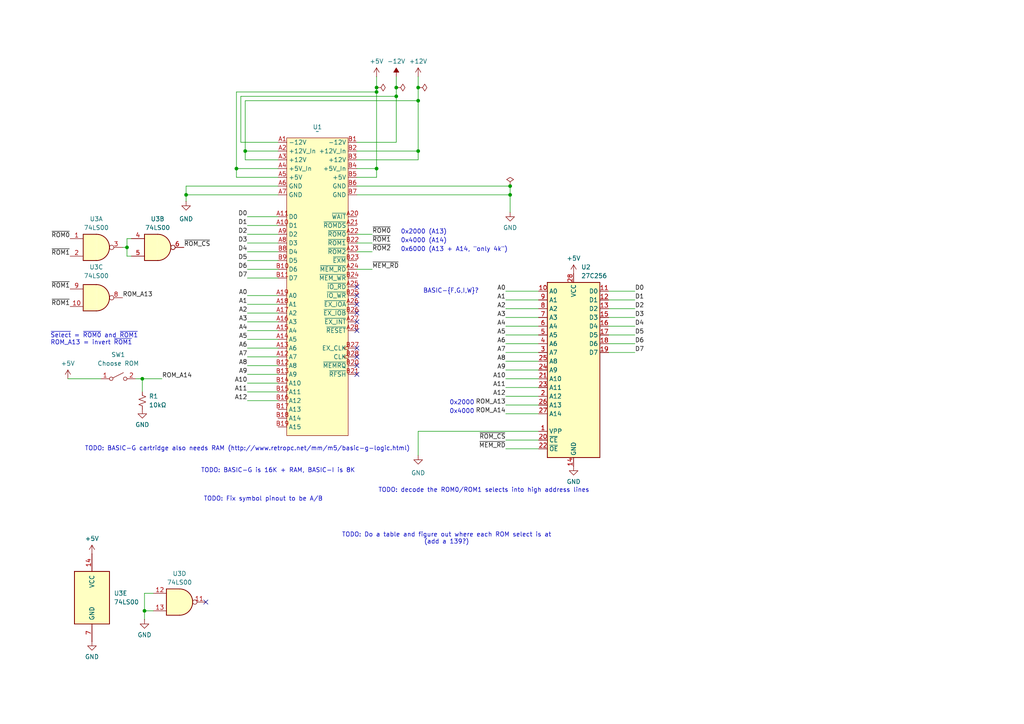
<source format=kicad_sch>
(kicad_sch (version 20250114) (generator "eeschema") (generator_version "9.0")
  (paper "A4")
  (lib_symbols
    (symbol "74xx:74LS00" (pin_names (offset 1.016))
      (property "Reference" "U" (at 0 1.27 0))
      (property "Value" "74LS00" (at 0 -1.27 0))
      (symbol "74LS00_1_1"
        (arc (start 0 3.81) (mid 3.7934 0) (end 0 -3.81) (stroke (width 0.254)) (fill (type background)))
        (polyline (pts (xy 0 3.81) (xy -3.81 3.81) (xy -3.81 -3.81) (xy 0 -3.81)) (stroke (width 0.254)) (fill (type background)))
        (pin input line (at -7.62 2.54 0) (length 3.81) (name "~") (number "1"))
        (pin input line (at -7.62 -2.54 0) (length 3.81) (name "~") (number "2"))
        (pin output inverted (at 7.62 0 180) (length 3.81) (name "~") (number "3"))
      )
      (symbol "74LS00_1_2"
        (arc (start -3.81 3.81) (mid -2.589 0) (end -3.81 -3.81) (stroke (width 0.254)))
        (polyline (pts (xy -3.81 3.81) (xy -0.635 3.81)) (stroke (width 0.254)) (fill (type background)))
        (polyline (pts (xy -3.81 -3.81) (xy -0.635 -3.81)) (stroke (width 0.254)) (fill (type background)))
        (arc (start 3.81 0) (mid 2.1855 -2.584) (end -0.6096 -3.81) (stroke (width 0.254)) (fill (type background)))
        (arc (start -0.6096 3.81) (mid 2.1928 2.5924) (end 3.81 0) (stroke (width 0.254)) (fill (type background)))
        (polyline (pts (xy -0.635 3.81) (xy -3.81 3.81) (xy -3.81 3.81) (xy -3.556 3.4036) (xy -3.0226 2.2606) (xy -2.6924 1.0414) (xy -2.6162 -0.254) (xy -2.7686 -1.4986) (xy -3.175 -2.7178) (xy -3.81 -3.81) (xy -3.81 -3.81) (xy -0.635 -3.81)) (stroke (width -25.4)) (fill (type background)))
        (pin input inverted (at -7.62 2.54 0) (length 4.318) (name "~") (number "1"))
        (pin input inverted (at -7.62 -2.54 0) (length 4.318) (name "~") (number "2"))
        (pin output line (at 7.62 0 180) (length 3.81) (name "~") (number "3"))
      )
      (symbol "74LS00_2_1"
        (arc (start 0 3.81) (mid 3.7934 0) (end 0 -3.81) (stroke (width 0.254)) (fill (type background)))
        (polyline (pts (xy 0 3.81) (xy -3.81 3.81) (xy -3.81 -3.81) (xy 0 -3.81)) (stroke (width 0.254)) (fill (type background)))
        (pin input line (at -7.62 2.54 0) (length 3.81) (name "~") (number "4"))
        (pin input line (at -7.62 -2.54 0) (length 3.81) (name "~") (number "5"))
        (pin output inverted (at 7.62 0 180) (length 3.81) (name "~") (number "6"))
      )
      (symbol "74LS00_2_2"
        (arc (start -3.81 3.81) (mid -2.589 0) (end -3.81 -3.81) (stroke (width 0.254)))
        (polyline (pts (xy -3.81 3.81) (xy -0.635 3.81)) (stroke (width 0.254)) (fill (type background)))
        (polyline (pts (xy -3.81 -3.81) (xy -0.635 -3.81)) (stroke (width 0.254)) (fill (type background)))
        (arc (start 3.81 0) (mid 2.1855 -2.584) (end -0.6096 -3.81) (stroke (width 0.254)) (fill (type background)))
        (arc (start -0.6096 3.81) (mid 2.1928 2.5924) (end 3.81 0) (stroke (width 0.254)) (fill (type background)))
        (polyline (pts (xy -0.635 3.81) (xy -3.81 3.81) (xy -3.81 3.81) (xy -3.556 3.4036) (xy -3.0226 2.2606) (xy -2.6924 1.0414) (xy -2.6162 -0.254) (xy -2.7686 -1.4986) (xy -3.175 -2.7178) (xy -3.81 -3.81) (xy -3.81 -3.81) (xy -0.635 -3.81)) (stroke (width -25.4)) (fill (type background)))
        (pin input inverted (at -7.62 2.54 0) (length 4.318) (name "~") (number "4"))
        (pin input inverted (at -7.62 -2.54 0) (length 4.318) (name "~") (number "5"))
        (pin output line (at 7.62 0 180) (length 3.81) (name "~") (number "6"))
      )
      (symbol "74LS00_3_1"
        (arc (start 0 3.81) (mid 3.7934 0) (end 0 -3.81) (stroke (width 0.254)) (fill (type background)))
        (polyline (pts (xy 0 3.81) (xy -3.81 3.81) (xy -3.81 -3.81) (xy 0 -3.81)) (stroke (width 0.254)) (fill (type background)))
        (pin input line (at -7.62 2.54 0) (length 3.81) (name "~") (number "9"))
        (pin input line (at -7.62 -2.54 0) (length 3.81) (name "~") (number "10"))
        (pin output inverted (at 7.62 0 180) (length 3.81) (name "~") (number "8"))
      )
      (symbol "74LS00_3_2"
        (arc (start -3.81 3.81) (mid -2.589 0) (end -3.81 -3.81) (stroke (width 0.254)))
        (polyline (pts (xy -3.81 3.81) (xy -0.635 3.81)) (stroke (width 0.254)) (fill (type background)))
        (polyline (pts (xy -3.81 -3.81) (xy -0.635 -3.81)) (stroke (width 0.254)) (fill (type background)))
        (arc (start 3.81 0) (mid 2.1855 -2.584) (end -0.6096 -3.81) (stroke (width 0.254)) (fill (type background)))
        (arc (start -0.6096 3.81) (mid 2.1928 2.5924) (end 3.81 0) (stroke (width 0.254)) (fill (type background)))
        (polyline (pts (xy -0.635 3.81) (xy -3.81 3.81) (xy -3.81 3.81) (xy -3.556 3.4036) (xy -3.0226 2.2606) (xy -2.6924 1.0414) (xy -2.6162 -0.254) (xy -2.7686 -1.4986) (xy -3.175 -2.7178) (xy -3.81 -3.81) (xy -3.81 -3.81) (xy -0.635 -3.81)) (stroke (width -25.4)) (fill (type background)))
        (pin input inverted (at -7.62 2.54 0) (length 4.318) (name "~") (number "9"))
        (pin input inverted (at -7.62 -2.54 0) (length 4.318) (name "~") (number "10"))
        (pin output line (at 7.62 0 180) (length 3.81) (name "~") (number "8"))
      )
      (symbol "74LS00_4_1"
        (arc (start 0 3.81) (mid 3.7934 0) (end 0 -3.81) (stroke (width 0.254)) (fill (type background)))
        (polyline (pts (xy 0 3.81) (xy -3.81 3.81) (xy -3.81 -3.81) (xy 0 -3.81)) (stroke (width 0.254)) (fill (type background)))
        (pin input line (at -7.62 2.54 0) (length 3.81) (name "~") (number "12"))
        (pin input line (at -7.62 -2.54 0) (length 3.81) (name "~") (number "13"))
        (pin output inverted (at 7.62 0 180) (length 3.81) (name "~") (number "11"))
      )
      (symbol "74LS00_4_2"
        (arc (start -3.81 3.81) (mid -2.589 0) (end -3.81 -3.81) (stroke (width 0.254)))
        (polyline (pts (xy -3.81 3.81) (xy -0.635 3.81)) (stroke (width 0.254)) (fill (type background)))
        (polyline (pts (xy -3.81 -3.81) (xy -0.635 -3.81)) (stroke (width 0.254)) (fill (type background)))
        (arc (start 3.81 0) (mid 2.1855 -2.584) (end -0.6096 -3.81) (stroke (width 0.254)) (fill (type background)))
        (arc (start -0.6096 3.81) (mid 2.1928 2.5924) (end 3.81 0) (stroke (width 0.254)) (fill (type background)))
        (polyline (pts (xy -0.635 3.81) (xy -3.81 3.81) (xy -3.81 3.81) (xy -3.556 3.4036) (xy -3.0226 2.2606) (xy -2.6924 1.0414) (xy -2.6162 -0.254) (xy -2.7686 -1.4986) (xy -3.175 -2.7178) (xy -3.81 -3.81) (xy -3.81 -3.81) (xy -0.635 -3.81)) (stroke (width -25.4)) (fill (type background)))
        (pin input inverted (at -7.62 2.54 0) (length 4.318) (name "~") (number "12"))
        (pin input inverted (at -7.62 -2.54 0) (length 4.318) (name "~") (number "13"))
        (pin output line (at 7.62 0 180) (length 3.81) (name "~") (number "11"))
      )
      (symbol "74LS00_5_0"
        (pin power_in line (at 0 12.7 270) (length 5.08) (name "VCC") (number "14"))
        (pin power_in line (at 0 -12.7 90) (length 5.08) (name "GND") (number "7"))
      )
      (symbol "74LS00_5_1"
        (rectangle (start -5.08 7.62) (end 5.08 -7.62) (stroke (width 0.254)) (fill (type background)))
      )
    )
    (symbol "Device:R_Small_US" (pin_numbers (hide yes)) (pin_names (offset 0.254) (hide yes))
      (property "Reference" "R" (at 0.762 0.508 0))
      (property "Value" "R_Small_US" (at 0.762 -1.016 0))
      (symbol "R_Small_US_1_1"
        (polyline (pts (xy 0 1.524) (xy 1.016 1.143) (xy 0 0.762) (xy -1.016 0.381) (xy 0 0)))
        (polyline (pts (xy 0 0) (xy 1.016 -0.381) (xy 0 -0.762) (xy -1.016 -1.143) (xy 0 -1.524)))
        (pin passive line (at 0 2.54 270) (length 1.016) (name "~") (number "1"))
        (pin passive line (at 0 -2.54 90) (length 1.016) (name "~") (number "2"))
      )
    )
    (symbol "Memory_EPROM:27C256"
      (property "Reference" "U" (at -7.62 26.67 0))
      (property "Value" "27C256" (at 2.54 -26.67 0))
      (symbol "27C256_1_1"
        (rectangle (start -7.62 25.4) (end 7.62 -25.4) (stroke (width 0.254)) (fill (type background)))
        (pin input line (at -10.16 22.86 0) (length 2.54) (name "A0") (number "10"))
        (pin input line (at -10.16 20.32 0) (length 2.54) (name "A1") (number "9"))
        (pin input line (at -10.16 17.78 0) (length 2.54) (name "A2") (number "8"))
        (pin input line (at -10.16 15.24 0) (length 2.54) (name "A3") (number "7"))
        (pin input line (at -10.16 12.7 0) (length 2.54) (name "A4") (number "6"))
        (pin input line (at -10.16 10.16 0) (length 2.54) (name "A5") (number "5"))
        (pin input line (at -10.16 7.62 0) (length 2.54) (name "A6") (number "4"))
        (pin input line (at -10.16 5.08 0) (length 2.54) (name "A7") (number "3"))
        (pin input line (at -10.16 2.54 0) (length 2.54) (name "A8") (number "25"))
        (pin input line (at -10.16 0 0) (length 2.54) (name "A9") (number "24"))
        (pin input line (at -10.16 -2.54 0) (length 2.54) (name "A10") (number "21"))
        (pin input line (at -10.16 -5.08 0) (length 2.54) (name "A11") (number "23"))
        (pin input line (at -10.16 -7.62 0) (length 2.54) (name "A12") (number "2"))
        (pin input line (at -10.16 -10.16 0) (length 2.54) (name "A13") (number "26"))
        (pin input line (at -10.16 -12.7 0) (length 2.54) (name "A14") (number "27"))
        (pin input line (at -10.16 -17.78 0) (length 2.54) (name "VPP") (number "1"))
        (pin input line (at -10.16 -20.32 0) (length 2.54) (name "~{CE}") (number "20"))
        (pin input line (at -10.16 -22.86 0) (length 2.54) (name "~{OE}") (number "22"))
        (pin power_in line (at 0 27.94 270) (length 2.54) (name "VCC") (number "28"))
        (pin power_in line (at 0 -27.94 90) (length 2.54) (name "GND") (number "14"))
        (pin tri_state line (at 10.16 22.86 180) (length 2.54) (name "D0") (number "11"))
        (pin tri_state line (at 10.16 20.32 180) (length 2.54) (name "D1") (number "12"))
        (pin tri_state line (at 10.16 17.78 180) (length 2.54) (name "D2") (number "13"))
        (pin tri_state line (at 10.16 15.24 180) (length 2.54) (name "D3") (number "15"))
        (pin tri_state line (at 10.16 12.7 180) (length 2.54) (name "D4") (number "16"))
        (pin tri_state line (at 10.16 10.16 180) (length 2.54) (name "D5") (number "17"))
        (pin tri_state line (at 10.16 7.62 180) (length 2.54) (name "D6") (number "18"))
        (pin tri_state line (at 10.16 5.08 180) (length 2.54) (name "D7") (number "19"))
      )
    )
    (symbol "Sord:M5_CartridgeSlot"
      (property "Reference" "U" (at 0 0 0))
      (symbol "M5_CartridgeSlot_1_1"
        (rectangle (start -10.16 -2.54) (end 7.62 -88.9) (fill (type background)))
        (pin power_out line (at -12.7 -3.81 0) (length 2.54) (name "-12V") (number "A1"))
        (pin power_in line (at -12.7 -6.35 0) (length 2.54) (name "+12V_In") (number "A2"))
        (pin power_out line (at -12.7 -8.89 0) (length 2.54) (name "+12V") (number "A3"))
        (pin power_in line (at -12.7 -11.43 0) (length 2.54) (name "+5V_In") (number "A4"))
        (pin power_out line (at -12.7 -13.97 0) (length 2.54) (name "+5V") (number "A5"))
        (pin power_out line (at -12.7 -16.51 0) (length 2.54) (name "GND") (number "A6"))
        (pin power_out line (at -12.7 -19.05 0) (length 2.54) (name "GND") (number "A7"))
        (pin bidirectional line (at -12.7 -25.4 0) (length 2.54) (name "D0") (number "A11"))
        (pin bidirectional line (at -12.7 -27.94 0) (length 2.54) (name "D1") (number "A10"))
        (pin bidirectional line (at -12.7 -30.48 0) (length 2.54) (name "D2") (number "A9"))
        (pin bidirectional line (at -12.7 -33.02 0) (length 2.54) (name "D3") (number "A8"))
        (pin bidirectional line (at -12.7 -35.56 0) (length 2.54) (name "D4") (number "B8"))
        (pin bidirectional line (at -12.7 -38.1 0) (length 2.54) (name "D5") (number "B9"))
        (pin bidirectional line (at -12.7 -40.64 0) (length 2.54) (name "D6") (number "B10"))
        (pin bidirectional line (at -12.7 -43.18 0) (length 2.54) (name "D7") (number "B11"))
        (pin output line (at -12.7 -48.26 0) (length 2.54) (name "A0") (number "A19"))
        (pin output line (at -12.7 -50.8 0) (length 2.54) (name "A1") (number "A18"))
        (pin output line (at -12.7 -53.34 0) (length 2.54) (name "A2") (number "A17"))
        (pin output line (at -12.7 -55.88 0) (length 2.54) (name "A3") (number "A16"))
        (pin output line (at -12.7 -58.42 0) (length 2.54) (name "A4") (number "A15"))
        (pin output line (at -12.7 -60.96 0) (length 2.54) (name "A5") (number "A14"))
        (pin output line (at -12.7 -63.5 0) (length 2.54) (name "A6") (number "A13"))
        (pin output line (at -12.7 -66.04 0) (length 2.54) (name "A7") (number "A12"))
        (pin output line (at -12.7 -68.58 0) (length 2.54) (name "A8") (number "B12"))
        (pin output line (at -12.7 -71.12 0) (length 2.54) (name "A9") (number "B13"))
        (pin output line (at -12.7 -73.66 0) (length 2.54) (name "A10") (number "B14"))
        (pin output line (at -12.7 -76.2 0) (length 2.54) (name "A11") (number "B15"))
        (pin output line (at -12.7 -78.74 0) (length 2.54) (name "A12") (number "B16"))
        (pin output line (at -12.7 -81.28 0) (length 2.54) (name "A13") (number "B17"))
        (pin output line (at -12.7 -83.82 0) (length 2.54) (name "A14") (number "B18"))
        (pin output line (at -12.7 -86.36 0) (length 2.54) (name "A15") (number "B19"))
        (pin power_out line (at 10.16 -3.81 180) (length 2.54) (name "-12V") (number "B1"))
        (pin power_in line (at 10.16 -6.35 180) (length 2.54) (name "+12V_In") (number "B2"))
        (pin power_out line (at 10.16 -8.89 180) (length 2.54) (name "+12V") (number "B3"))
        (pin power_in line (at 10.16 -11.43 180) (length 2.54) (name "+5V_In") (number "B4"))
        (pin power_out line (at 10.16 -13.97 180) (length 2.54) (name "+5V") (number "B5"))
        (pin power_out line (at 10.16 -16.51 180) (length 2.54) (name "GND") (number "B6"))
        (pin power_out line (at 10.16 -19.05 180) (length 2.54) (name "GND") (number "B7"))
        (pin bidirectional line (at 10.16 -25.4 180) (length 2.54) (name "~{WAIT}") (number "A20"))
        (pin output line (at 10.16 -27.94 180) (length 2.54) (name "~{ROMDS}") (number "A21"))
        (pin output line (at 10.16 -30.48 180) (length 2.54) (name "~{ROM0}") (number "A22"))
        (pin output line (at 10.16 -33.02 180) (length 2.54) (name "~{ROM1}") (number "B22"))
        (pin output line (at 10.16 -35.56 180) (length 2.54) (name "~{ROM2}") (number "A23"))
        (pin output line (at 10.16 -38.1 180) (length 2.54) (name "~{EXM}") (number "B23"))
        (pin output line (at 10.16 -40.64 180) (length 2.54) (name "~{MEM_RD}") (number "A24"))
        (pin output line (at 10.16 -43.18 180) (length 2.54) (name "~{MEM_WR}") (number "B24"))
        (pin output line (at 10.16 -45.72 180) (length 2.54) (name "~{IO_RD}") (number "A25"))
        (pin output line (at 10.16 -48.26 180) (length 2.54) (name "~{IO_WR}") (number "B25"))
        (pin output line (at 10.16 -50.8 180) (length 2.54) (name "~{EX_IOA}") (number "A26"))
        (pin output line (at 10.16 -53.34 180) (length 2.54) (name "~{EX_IOB}") (number "B26"))
        (pin output line (at 10.16 -55.88 180) (length 2.54) (name "~{EX_INT}") (number "A27"))
        (pin output line (at 10.16 -58.42 180) (length 2.54) (name "~{RESET}") (number "A28"))
        (pin output clock (at 10.16 -63.5 180) (length 2.54) (name "EX_CLK") (number "B27"))
        (pin output clock (at 10.16 -66.04 180) (length 2.54) (name "CLK") (number "B28"))
        (pin input line (at 10.16 -68.58 180) (length 2.54) (name "~{MEMRQ}") (number "B20"))
        (pin input line (at 10.16 -71.12 180) (length 2.54) (name "~{RFSH}") (number "B21"))
      )
    )
    (symbol "Switch:SW_SPST" (pin_names (offset 0) (hide yes))
      (property "Reference" "SW" (at 0 3.175 0))
      (property "Value" "SW_SPST" (at 0 -2.54 0))
      (symbol "SW_SPST_0_0"
        (circle (center -2.032 0) (radius 0.508))
        (polyline (pts (xy -1.524 0.254) (xy 1.524 1.778)))
        (circle (center 2.032 0) (radius 0.508))
      )
      (symbol "SW_SPST_1_1"
        (pin passive line (at -5.08 0 0) (length 2.54) (name "A") (number "1"))
        (pin passive line (at 5.08 0 180) (length 2.54) (name "B") (number "2"))
      )
    )
    (symbol "power:+12V" (power) (pin_numbers (hide yes)) (pin_names (offset 0) (hide yes))
      (property "Value" "+12V" (at 0 3.556 0))
      (symbol "+12V_0_1"
        (polyline (pts (xy -0.762 1.27) (xy 0 2.54)))
        (polyline (pts (xy 0 2.54) (xy 0.762 1.27)))
        (polyline (pts (xy 0 0) (xy 0 2.54)))
      )
      (symbol "+12V_1_1"
        (pin power_in line (at 0 0 90) (length 0) (name "~") (number "1"))
      )
    )
    (symbol "power:+5V" (power) (pin_numbers (hide yes)) (pin_names (offset 0) (hide yes))
      (property "Value" "+5V" (at 0 3.556 0))
      (symbol "+5V_0_1"
        (polyline (pts (xy -0.762 1.27) (xy 0 2.54)))
        (polyline (pts (xy 0 2.54) (xy 0.762 1.27)))
        (polyline (pts (xy 0 0) (xy 0 2.54)))
      )
      (symbol "+5V_1_1"
        (pin power_in line (at 0 0 90) (length 0) (name "~") (number "1"))
      )
    )
    (symbol "power:-12V" (power) (pin_numbers (hide yes)) (pin_names (offset 0) (hide yes))
      (property "Value" "-12V" (at 0 3.556 0))
      (symbol "-12V_0_0"
        (pin power_in line (at 0 0 90) (length 0) (name "~") (number "1"))
      )
      (symbol "-12V_0_1"
        (polyline (pts (xy 0 0) (xy 0 1.27) (xy 0.762 1.27) (xy 0 2.54) (xy -0.762 1.27) (xy 0 1.27)) (fill (type outline)))
      )
    )
    (symbol "power:GND" (power) (pin_numbers (hide yes)) (pin_names (offset 0) (hide yes))
      (property "Value" "GND" (at 0 -3.81 0))
      (symbol "GND_0_1"
        (polyline (pts (xy 0 0) (xy 0 -1.27) (xy 1.27 -1.27) (xy 0 -2.54) (xy -1.27 -1.27) (xy 0 -1.27)))
      )
      (symbol "GND_1_1"
        (pin power_in line (at 0 0 270) (length 0) (name "~") (number "1"))
      )
    )
    (symbol "power:PWR_FLAG" (power) (pin_numbers (hide yes)) (pin_names (offset 0) (hide yes))
      (property "Value" "PWR_FLAG" (at 0 3.81 0))
      (symbol "PWR_FLAG_0_0"
        (pin power_out line (at 0 0 90) (length 0) (name "~") (number "1"))
      )
      (symbol "PWR_FLAG_0_1"
        (polyline (pts (xy 0 0) (xy 0 1.27) (xy -1.016 1.905) (xy 0 2.54) (xy 1.016 1.905) (xy 0 1.27)))
      )
    )
  )
  (text "TODO: BASIC-G is 16K + RAM, BASIC-I is 8K" (at 80.645 136.525 0) (effects (font (size 1.27 1.27))))
  (text "0x2000 (A13)" (at 116.205 67.31 0) (effects (font (size 1.27 1.27)) (justify left)))
  (text "0x6000 (A13 + A14, \"only 4k\")" (at 116.205 72.39 0) (effects (font (size 1.27 1.27)) (justify left)))
  (text "0x2000" (at 133.985 116.84 0) (effects (font (size 1.27 1.27))))
  (text "TODO: Do a table and figure out where each ROM select is at\n(add a 139?)" (at 129.54 156.21 0) (effects (font (size 1.27 1.27))))
  (text "~{Select} = ~{ROM0} and ~{ROM1}\nROM_A13 = invert ~{ROM1}" (at 14.605 98.425 0) (effects (font (size 1.27 1.27)) (justify left)))
  (text "TODO: Fix symbol pinout to be A/B " (at 76.835 144.78 0) (effects (font (size 1.27 1.27))))
  (text "0x4000 (A14)" (at 116.205 69.85 0) (effects (font (size 1.27 1.27)) (justify left)))
  (text "BASIC-{F,G,I,W}?" (at 130.81 84.455 0) (effects (font (size 1.27 1.27))))
  (text "TODO: BASIC-G cartridge also needs RAM (http://www.retropc.net/mm/m5/basic-g-logic.html)" (at 71.755 130.175 0) (effects (font (size 1.27 1.27))))
  (text "TODO: decode the ROM0/ROM1 selects into high address lines" (at 140.335 142.24 0) (effects (font (size 1.27 1.27))))
  (text "0x4000" (at 133.985 119.38 0) (effects (font (size 1.27 1.27))))
  (junction (at 109.22 26.67))
  (junction (at 36.83 71.755))
  (junction (at 114.935 25.4))
  (junction (at 147.955 53.975))
  (junction (at 109.22 25.4))
  (junction (at 147.955 56.515))
  (junction (at 53.975 56.515))
  (junction (at 121.285 25.4))
  (junction (at 68.58 48.895))
  (junction (at 109.22 48.895))
  (junction (at 71.12 43.815))
  (junction (at 114.935 27.94))
  (junction (at 41.91 177.165))
  (junction (at 121.285 29.21))
  (junction (at 121.285 43.815))
  (junction (at 41.275 109.855))
  (no_connect (at 103.505 90.805))
  (no_connect (at 103.505 100.965))
  (no_connect (at 103.505 103.505))
  (no_connect (at 59.69 174.625))
  (no_connect (at 103.505 108.585))
  (no_connect (at 103.505 106.045))
  (no_connect (at 103.505 88.265))
  (no_connect (at 103.505 85.725))
  (no_connect (at 103.505 83.185))
  (no_connect (at 103.505 95.885))
  (no_connect (at 103.505 93.345))
  (wire (pts (xy 184.15 102.235) (xy 176.53 102.235)))
  (wire (pts (xy 114.935 41.275) (xy 103.505 41.275)))
  (wire (pts (xy 80.645 43.815) (xy 71.12 43.815)))
  (wire (pts (xy 146.685 84.455) (xy 156.21 84.455)))
  (wire (pts (xy 146.685 127.635) (xy 156.21 127.635)))
  (wire (pts (xy 146.685 107.315) (xy 156.21 107.315)))
  (wire (pts (xy 36.83 71.755) (xy 35.56 71.755)))
  (wire (pts (xy 147.955 56.515) (xy 147.955 53.975)))
  (wire (pts (xy 109.22 25.4) (xy 109.22 22.225)))
  (wire (pts (xy 71.755 108.585) (xy 80.645 108.585)))
  (wire (pts (xy 41.91 172.085) (xy 44.45 172.085)))
  (wire (pts (xy 71.755 73.025) (xy 80.645 73.025)))
  (wire (pts (xy 103.505 78.105) (xy 107.95 78.105)))
  (wire (pts (xy 103.505 70.485) (xy 107.95 70.485)))
  (wire (pts (xy 80.645 41.275) (xy 69.85 41.275)))
  (wire (pts (xy 71.755 100.965) (xy 80.645 100.965)))
  (wire (pts (xy 71.755 80.645) (xy 80.645 80.645)))
  (wire (pts (xy 71.12 46.355) (xy 71.12 43.815)))
  (wire (pts (xy 103.505 56.515) (xy 147.955 56.515)))
  (wire (pts (xy 184.15 92.075) (xy 176.53 92.075)))
  (wire (pts (xy 41.275 109.855) (xy 46.99 109.855)))
  (wire (pts (xy 80.645 51.435) (xy 68.58 51.435)))
  (wire (pts (xy 71.755 111.125) (xy 80.645 111.125)))
  (wire (pts (xy 146.685 114.935) (xy 156.21 114.935)))
  (wire (pts (xy 184.15 99.695) (xy 176.53 99.695)))
  (wire (pts (xy 71.755 65.405) (xy 80.645 65.405)))
  (wire (pts (xy 53.975 56.515) (xy 53.975 58.42)))
  (wire (pts (xy 146.685 130.175) (xy 156.21 130.175)))
  (wire (pts (xy 121.285 125.095) (xy 156.21 125.095)))
  (wire (pts (xy 71.12 43.815) (xy 71.12 29.21)))
  (wire (pts (xy 121.285 132.08) (xy 121.285 125.095)))
  (wire (pts (xy 41.91 177.165) (xy 41.91 172.085)))
  (wire (pts (xy 103.505 73.025) (xy 107.95 73.025)))
  (wire (pts (xy 146.685 109.855) (xy 156.21 109.855)))
  (wire (pts (xy 38.1 69.215) (xy 36.83 69.215)))
  (wire (pts (xy 71.755 95.885) (xy 80.645 95.885)))
  (wire (pts (xy 103.505 46.355) (xy 121.285 46.355)))
  (wire (pts (xy 121.285 46.355) (xy 121.285 43.815)))
  (wire (pts (xy 109.22 48.895) (xy 109.22 26.67)))
  (wire (pts (xy 36.83 74.295) (xy 36.83 71.755)))
  (wire (pts (xy 41.91 179.705) (xy 41.91 177.165)))
  (wire (pts (xy 184.15 86.995) (xy 176.53 86.995)))
  (wire (pts (xy 38.1 74.295) (xy 36.83 74.295)))
  (wire (pts (xy 114.935 22.225) (xy 114.935 25.4)))
  (wire (pts (xy 184.15 97.155) (xy 176.53 97.155)))
  (wire (pts (xy 146.685 120.015) (xy 156.21 120.015)))
  (wire (pts (xy 68.58 26.67) (xy 109.22 26.67)))
  (wire (pts (xy 146.685 102.235) (xy 156.21 102.235)))
  (wire (pts (xy 36.83 69.215) (xy 36.83 71.755)))
  (wire (pts (xy 146.685 89.535) (xy 156.21 89.535)))
  (wire (pts (xy 121.285 43.815) (xy 121.285 29.21)))
  (wire (pts (xy 71.755 78.105) (xy 80.645 78.105)))
  (wire (pts (xy 69.85 27.94) (xy 114.935 27.94)))
  (wire (pts (xy 71.755 116.205) (xy 80.645 116.205)))
  (wire (pts (xy 71.755 106.045) (xy 80.645 106.045)))
  (wire (pts (xy 41.91 177.165) (xy 44.45 177.165)))
  (wire (pts (xy 71.755 103.505) (xy 80.645 103.505)))
  (wire (pts (xy 121.285 25.4) (xy 121.285 29.21)))
  (wire (pts (xy 71.755 62.865) (xy 80.645 62.865)))
  (wire (pts (xy 103.505 51.435) (xy 109.22 51.435)))
  (wire (pts (xy 146.685 112.395) (xy 156.21 112.395)))
  (wire (pts (xy 71.755 90.805) (xy 80.645 90.805)))
  (wire (pts (xy 184.15 94.615) (xy 176.53 94.615)))
  (wire (pts (xy 103.505 67.945) (xy 107.95 67.945)))
  (wire (pts (xy 146.685 86.995) (xy 156.21 86.995)))
  (wire (pts (xy 147.955 53.975) (xy 103.505 53.975)))
  (wire (pts (xy 146.685 104.775) (xy 156.21 104.775)))
  (wire (pts (xy 146.685 99.695) (xy 156.21 99.695)))
  (wire (pts (xy 39.37 109.855) (xy 41.275 109.855)))
  (wire (pts (xy 184.15 84.455) (xy 176.53 84.455)))
  (wire (pts (xy 19.685 109.855) (xy 29.21 109.855)))
  (wire (pts (xy 71.12 29.21) (xy 121.285 29.21)))
  (wire (pts (xy 68.58 48.895) (xy 68.58 26.67)))
  (wire (pts (xy 80.645 46.355) (xy 71.12 46.355)))
  (wire (pts (xy 146.685 117.475) (xy 156.21 117.475)))
  (wire (pts (xy 114.935 27.94) (xy 114.935 41.275)))
  (wire (pts (xy 71.755 85.725) (xy 80.645 85.725)))
  (wire (pts (xy 71.755 93.345) (xy 80.645 93.345)))
  (wire (pts (xy 109.22 26.67) (xy 109.22 25.4)))
  (wire (pts (xy 109.22 51.435) (xy 109.22 48.895)))
  (wire (pts (xy 71.755 70.485) (xy 80.645 70.485)))
  (wire (pts (xy 53.975 56.515) (xy 80.645 56.515)))
  (wire (pts (xy 103.505 43.815) (xy 121.285 43.815)))
  (wire (pts (xy 71.755 67.945) (xy 80.645 67.945)))
  (wire (pts (xy 53.975 53.975) (xy 53.975 56.515)))
  (wire (pts (xy 147.955 61.595) (xy 147.955 56.515)))
  (wire (pts (xy 68.58 51.435) (xy 68.58 48.895)))
  (wire (pts (xy 114.935 25.4) (xy 114.935 27.94)))
  (wire (pts (xy 71.755 75.565) (xy 80.645 75.565)))
  (wire (pts (xy 71.755 88.265) (xy 80.645 88.265)))
  (wire (pts (xy 80.645 48.895) (xy 68.58 48.895)))
  (wire (pts (xy 71.755 113.665) (xy 80.645 113.665)))
  (wire (pts (xy 121.285 22.225) (xy 121.285 25.4)))
  (wire (pts (xy 146.685 94.615) (xy 156.21 94.615)))
  (wire (pts (xy 103.505 48.895) (xy 109.22 48.895)))
  (wire (pts (xy 146.685 92.075) (xy 156.21 92.075)))
  (wire (pts (xy 69.85 41.275) (xy 69.85 27.94)))
  (wire (pts (xy 71.755 98.425) (xy 80.645 98.425)))
  (wire (pts (xy 80.645 53.975) (xy 53.975 53.975)))
  (wire (pts (xy 146.685 97.155) (xy 156.21 97.155)))
  (wire (pts (xy 184.15 89.535) (xy 176.53 89.535)))
  (wire (pts (xy 41.275 113.665) (xy 41.275 109.855)))
  (label "A2" (at 71.755 90.805 180))
  (label "D5" (at 184.15 97.155 0))
  (label "A6" (at 146.685 99.695 180))
  (label "~{MEM_RD}" (at 146.685 130.175 180))
  (label "D7" (at 71.755 80.645 180))
  (label "~{ROM2}" (at 107.95 73.025 0))
  (label "~{ROM1}" (at 20.32 74.295 180))
  (label "A1" (at 71.755 88.265 180))
  (label "ROM_A13" (at 35.56 86.36 0))
  (label "ROM_A13" (at 146.685 117.475 180))
  (label "D6" (at 71.755 78.105 180))
  (label "D4" (at 184.15 94.615 0))
  (label "A6" (at 71.755 100.965 180))
  (label "~{ROM0}" (at 20.32 69.215 180))
  (label "D6" (at 184.15 99.695 0))
  (label "A3" (at 71.755 93.345 180))
  (label "~{ROM1}" (at 107.95 70.485 0))
  (label "ROM_A14" (at 46.99 109.855 0))
  (label "D7" (at 184.15 102.235 0))
  (label "~{ROM1}" (at 20.32 83.82 180))
  (label "A2" (at 146.685 89.535 180))
  (label "A12" (at 146.685 114.935 180))
  (label "A1" (at 146.685 86.995 180))
  (label "~{MEM_RD}" (at 107.95 78.105 0))
  (label "A4" (at 146.685 94.615 180))
  (label "A7" (at 146.685 102.235 180))
  (label "A12" (at 71.755 116.205 180))
  (label "A3" (at 146.685 92.075 180))
  (label "D1" (at 71.755 65.405 180))
  (label "~{ROM0}" (at 107.95 67.945 0))
  (label "A10" (at 146.685 109.855 180))
  (label "D3" (at 184.15 92.075 0))
  (label "A9" (at 146.685 107.315 180))
  (label "A11" (at 146.685 112.395 180))
  (label "A8" (at 71.755 106.045 180))
  (label "D1" (at 184.15 86.995 0))
  (label "A7" (at 71.755 103.505 180))
  (label "D4" (at 71.755 73.025 180))
  (label "A5" (at 71.755 98.425 180))
  (label "~{ROM_CS}" (at 53.34 71.755 0))
  (label "A0" (at 71.755 85.725 180))
  (label "A10" (at 71.755 111.125 180))
  (label "~{ROM1}" (at 20.32 88.9 180))
  (label "D3" (at 71.755 70.485 180))
  (label "~{ROM_CS}" (at 146.685 127.635 180))
  (label "A5" (at 146.685 97.155 180))
  (label "A8" (at 146.685 104.775 180))
  (label "D2" (at 71.755 67.945 180))
  (label "D5" (at 71.755 75.565 180))
  (label "D0" (at 184.15 84.455 0))
  (label "A4" (at 71.755 95.885 180))
  (label "A9" (at 71.755 108.585 180))
  (label "A0" (at 146.685 84.455 180))
  (label "ROM_A14" (at 146.685 120.015 180))
  (label "A11" (at 71.755 113.665 180))
  (label "D2" (at 184.15 89.535 0))
  (label "D0" (at 71.755 62.865 180))
  (symbol (lib_id "74xx:74LS00") (at 27.94 86.36 0) (unit 3)
    (property "Reference" "U3" (at 27.9317 77.47 0))
    (property "Value" "74LS00" (at 27.9317 80.01 0))
    (property "Footprint" "Package_DIP:DIP-14_W7.62mm_Socket_LongPads" (effects (hide yes)))
    (property "Datasheet" "http://www.ti.com/lit/gpn/sn74ls00" (effects (hide yes)))
    (property "Description" "quad 2-input NAND gate" (effects (hide yes)))
  )
  (symbol (lib_id "power:GND") (at 53.975 58.42 0) (unit 1)
    (property "Reference" "#PWR05" (effects (hide yes)))
    (property "Value" "GND" (at 53.975 63.5 0))
    (property "Description" "Power symbol creates a global label with name \"GND\" , ground" (effects (hide yes)))
  )
  (symbol (lib_id "power:GND") (at 26.67 186.055 0) (unit 1)
    (property "Reference" "#PWR09" (effects (hide yes)))
    (property "Value" "GND" (at 26.67 190.5 0))
    (property "Description" "Power symbol creates a global label with name \"GND\" , ground" (effects (hide yes)))
  )
  (symbol (lib_id "power:GND") (at 41.275 118.745 0) (unit 1)
    (property "Reference" "#PWR011" (effects (hide yes)))
    (property "Value" "GND" (at 41.275 123.19 0))
    (property "Description" "Power symbol creates a global label with name \"GND\" , ground" (effects (hide yes)))
  )
  (symbol (lib_id "power:+5V") (at 166.37 79.375 0) (unit 1)
    (property "Reference" "#PWR06" (effects (hide yes)))
    (property "Value" "+5V" (at 166.37 74.93 0))
    (property "Description" "Power symbol creates a global label with name \"+5V\"" (effects (hide yes)))
  )
  (symbol (lib_id "power:PWR_FLAG") (at 147.955 53.975 0) (unit 1)
    (property "Reference" "#FLG04" (effects (hide yes)))
    (property "Value" "PWR_FLAG" (effects (hide yes)))
    (property "Description" "Special symbol for telling ERC where power comes from" (effects (hide yes)))
  )
  (symbol (lib_id "power:+12V") (at 121.285 22.225 0) (unit 1)
    (property "Reference" "#PWR03" (effects (hide yes)))
    (property "Value" "+12V" (at 121.285 17.78 0))
    (property "Description" "Power symbol creates a global label with name \"+12V\"" (effects (hide yes)))
  )
  (symbol (lib_id "Memory_EPROM:27C256") (at 166.37 107.315 0) (unit 1)
    (property "Reference" "U2" (at 168.5641 77.47 0) (effects (justify left)))
    (property "Value" "27C256" (at 168.5641 80.01 0) (effects (justify left)))
    (property "Footprint" "Package_DIP:DIP-28_W15.24mm_Socket_LongPads" (effects (hide yes)))
    (property "Datasheet" "http://ww1.microchip.com/downloads/en/DeviceDoc/doc0014.pdf" (effects (hide yes)))
    (property "Description" "OTP EPROM 256 KiBit" (effects (hide yes)))
  )
  (symbol (lib_id "74xx:74LS00") (at 52.07 174.625 0) (unit 4)
    (property "Reference" "U3" (at 52.0617 166.37 0))
    (property "Value" "74LS00" (at 52.0617 168.91 0))
    (property "Footprint" "Package_DIP:DIP-14_W7.62mm_Socket_LongPads" (effects (hide yes)))
    (property "Datasheet" "http://www.ti.com/lit/gpn/sn74ls00" (effects (hide yes)))
    (property "Description" "quad 2-input NAND gate" (effects (hide yes)))
  )
  (symbol (lib_id "power:GND") (at 121.285 132.08 0) (unit 1)
    (property "Reference" "#PWR08" (effects (hide yes)))
    (property "Value" "GND" (at 121.285 137.16 0))
    (property "Description" "Power symbol creates a global label with name \"GND\" , ground" (effects (hide yes)))
  )
  (symbol (lib_id "74xx:74LS00") (at 27.94 71.755 0) (unit 1)
    (property "Reference" "U3" (at 27.9317 63.5 0))
    (property "Value" "74LS00" (at 27.9317 66.04 0))
    (property "Footprint" "Package_DIP:DIP-14_W7.62mm_Socket_LongPads" (effects (hide yes)))
    (property "Datasheet" "http://www.ti.com/lit/gpn/sn74ls00" (effects (hide yes)))
    (property "Description" "quad 2-input NAND gate" (effects (hide yes)))
  )
  (symbol (lib_id "power:PWR_FLAG") (at 109.22 25.4 270) (unit 1)
    (property "Reference" "#FLG03" (effects (hide yes)))
    (property "Value" "PWR_FLAG" (effects (hide yes)))
    (property "Description" "Special symbol for telling ERC where power comes from" (effects (hide yes)))
  )
  (symbol (lib_id "power:+5V") (at 26.67 160.655 0) (unit 1)
    (property "Reference" "#PWR010" (effects (hide yes)))
    (property "Value" "+5V" (at 26.67 156.21 0))
    (property "Description" "Power symbol creates a global label with name \"+5V\"" (effects (hide yes)))
  )
  (symbol (lib_id "Device:R_Small_US") (at 41.275 116.205 0) (unit 1)
    (property "Reference" "R1" (at 43.18 114.9349 0) (effects (justify left)))
    (property "Value" "10kΩ" (at 43.18 117.4749 0) (effects (justify left)))
    (property "Footprint" "Resistor_THT:R_Axial_DIN0207_L6.3mm_D2.5mm_P10.16mm_Horizontal" (effects (hide yes)))
    (property "Description" "Resistor, small US symbol" (effects (hide yes)))
  )
  (symbol (lib_id "Sord:M5_CartridgeSlot") (at 93.345 37.465 0) (unit 1)
    (property "Reference" "U1" (at 92.075 36.83 0))
    (property "Value" "~" (at 92.075 38.1 0))
    (property "Footprint" "Sord:M5_CartridgeSlot" (effects (hide yes)))
    (property "Description" "As per http://blog.livedoor.jp/hardyboy/archives/cat_242269.html" (effects (hide yes)))
  )
  (symbol (lib_id "power:-12V") (at 114.935 22.225 0) (unit 1)
    (property "Reference" "#PWR02" (effects (hide yes)))
    (property "Value" "-12V" (at 114.935 17.78 0))
    (property "Description" "Power symbol creates a global label with name \"-12V\"" (effects (hide yes)))
  )
  (symbol (lib_id "power:+5V") (at 19.685 109.855 0) (unit 1)
    (property "Reference" "#PWR012" (effects (hide yes)))
    (property "Value" "+5V" (at 19.685 105.41 0))
    (property "Description" "Power symbol creates a global label with name \"+5V\"" (effects (hide yes)))
  )
  (symbol (lib_id "Switch:SW_SPST") (at 34.29 109.855 0) (unit 1)
    (property "Reference" "SW1" (at 34.29 102.87 0))
    (property "Value" "Choose ROM" (at 34.29 105.41 0))
    (property "Footprint" "Connector_PinHeader_2.54mm:PinHeader_1x02_P2.54mm_Vertical" (effects (hide yes)))
    (property "Description" "Single Pole Single Throw (SPST) switch" (effects (hide yes)))
  )
  (symbol (lib_id "power:GND") (at 41.91 179.705 0) (unit 1)
    (property "Reference" "#PWR013" (effects (hide yes)))
    (property "Value" "GND" (at 41.91 184.15 0))
    (property "Description" "Power symbol creates a global label with name \"GND\" , ground" (effects (hide yes)))
  )
  (symbol (lib_id "74xx:74LS00") (at 26.67 173.355 0) (unit 5)
    (property "Reference" "U3" (at 33.02 172.0849 0) (effects (justify left)))
    (property "Value" "74LS00" (at 33.02 174.6249 0) (effects (justify left)))
    (property "Footprint" "Package_DIP:DIP-14_W7.62mm_Socket_LongPads" (effects (hide yes)))
    (property "Datasheet" "http://www.ti.com/lit/gpn/sn74ls00" (effects (hide yes)))
    (property "Description" "quad 2-input NAND gate" (effects (hide yes)))
  )
  (symbol (lib_id "power:+5V") (at 109.22 22.225 0) (unit 1)
    (property "Reference" "#PWR01" (effects (hide yes)))
    (property "Value" "+5V" (at 109.22 17.78 0))
    (property "Description" "Power symbol creates a global label with name \"+5V\"" (effects (hide yes)))
  )
  (symbol (lib_id "power:GND") (at 147.955 61.595 0) (unit 1)
    (property "Reference" "#PWR04" (effects (hide yes)))
    (property "Value" "GND" (at 147.955 66.04 0))
    (property "Description" "Power symbol creates a global label with name \"GND\" , ground" (effects (hide yes)))
  )
  (symbol (lib_id "power:PWR_FLAG") (at 121.285 25.4 270) (unit 1)
    (property "Reference" "#FLG01" (effects (hide yes)))
    (property "Value" "PWR_FLAG" (effects (hide yes)))
    (property "Description" "Special symbol for telling ERC where power comes from" (effects (hide yes)))
  )
  (symbol (lib_id "power:PWR_FLAG") (at 114.935 25.4 270) (unit 1)
    (property "Reference" "#FLG02" (effects (hide yes)))
    (property "Value" "PWR_FLAG" (effects (hide yes)))
    (property "Description" "Special symbol for telling ERC where power comes from" (effects (hide yes)))
  )
  (symbol (lib_id "74xx:74LS00") (at 45.72 71.755 0) (unit 2)
    (property "Reference" "U3" (at 45.7117 63.5 0))
    (property "Value" "74LS00" (at 45.7117 66.04 0))
    (property "Footprint" "Package_DIP:DIP-14_W7.62mm_Socket_LongPads" (effects (hide yes)))
    (property "Datasheet" "http://www.ti.com/lit/gpn/sn74ls00" (effects (hide yes)))
    (property "Description" "quad 2-input NAND gate" (effects (hide yes)))
  )
  (symbol (lib_id "power:GND") (at 166.37 135.255 0) (unit 1)
    (property "Reference" "#PWR07" (effects (hide yes)))
    (property "Value" "GND" (at 166.37 139.7 0))
    (property "Description" "Power symbol creates a global label with name \"GND\" , ground" (effects (hide yes)))
  )
)
</source>
